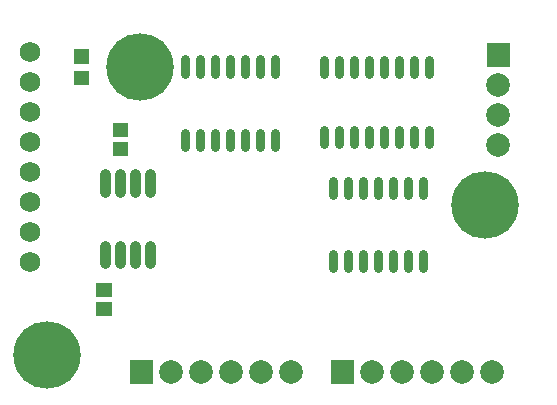
<source format=gts>
G04 Layer: TopSolderMaskLayer*
G04 EasyEDA v6.3.22, 2020-01-17T17:02:50--8:00*
G04 00b4f696a6e84f9c838c38f8efb8d84c,fa4d7a5b45b64ba9a5df01c69efcfd0a,10*
G04 Gerber Generator version 0.2*
G04 Scale: 100 percent, Rotated: No, Reflected: No *
G04 Dimensions in millimeters *
G04 leading zeros omitted , absolute positions ,3 integer and 3 decimal *
%FSLAX33Y33*%
%MOMM*%
G90*
G71D02*

%ADD24C,0.803199*%
%ADD25C,0.903199*%
%ADD26C,5.703189*%
%ADD28C,2.003196*%
%ADD30C,1.727200*%

%LPD*%
G54D24*
G01X35306Y26755D02*
G01X35306Y27955D01*
G01X34036Y26755D02*
G01X34036Y27955D01*
G01X32766Y26755D02*
G01X32766Y27955D01*
G01X31496Y26755D02*
G01X31496Y27955D01*
G01X30226Y26755D02*
G01X30226Y27955D01*
G01X28956Y26755D02*
G01X28956Y27955D01*
G01X27686Y26755D02*
G01X27686Y27955D01*
G01X26416Y26755D02*
G01X26416Y27955D01*
G01X35306Y20812D02*
G01X35306Y22012D01*
G01X34036Y20812D02*
G01X34036Y22012D01*
G01X32766Y20812D02*
G01X32766Y22012D01*
G01X31496Y20812D02*
G01X31496Y22012D01*
G01X30226Y20812D02*
G01X30226Y22012D01*
G01X28956Y20812D02*
G01X28956Y22012D01*
G01X27686Y20812D02*
G01X27686Y22012D01*
G01X26416Y20812D02*
G01X26416Y22012D01*
G01X22225Y26757D02*
G01X22225Y27957D01*
G01X20955Y26757D02*
G01X20955Y27957D01*
G01X19685Y26757D02*
G01X19685Y27957D01*
G01X18415Y26757D02*
G01X18415Y27957D01*
G01X17145Y26757D02*
G01X17145Y27957D01*
G01X15875Y26757D02*
G01X15875Y27957D01*
G01X14605Y26757D02*
G01X14605Y27957D01*
G01X22225Y20556D02*
G01X22225Y21756D01*
G01X20955Y20556D02*
G01X20955Y21756D01*
G01X19685Y20556D02*
G01X19685Y21756D01*
G01X18415Y20556D02*
G01X18415Y21756D01*
G01X17145Y20556D02*
G01X17145Y21756D01*
G01X15875Y20556D02*
G01X15875Y21756D01*
G01X14605Y20556D02*
G01X14605Y21756D01*
G01X34798Y16470D02*
G01X34798Y17670D01*
G01X33528Y16470D02*
G01X33528Y17670D01*
G01X32258Y16470D02*
G01X32258Y17670D01*
G01X30988Y16470D02*
G01X30988Y17670D01*
G01X29718Y16470D02*
G01X29718Y17670D01*
G01X28448Y16470D02*
G01X28448Y17670D01*
G01X27178Y16470D02*
G01X27178Y17670D01*
G01X34798Y10269D02*
G01X34798Y11469D01*
G01X33528Y10269D02*
G01X33528Y11469D01*
G01X32258Y10269D02*
G01X32258Y11469D01*
G01X30988Y10269D02*
G01X30988Y11469D01*
G01X29718Y10269D02*
G01X29718Y11469D01*
G01X28448Y10269D02*
G01X28448Y11469D01*
G01X27178Y10269D02*
G01X27178Y11469D01*
G54D25*
G01X7874Y10705D02*
G01X7874Y12205D01*
G01X9144Y10705D02*
G01X9144Y12205D01*
G01X10414Y10705D02*
G01X10414Y12205D01*
G01X11684Y10705D02*
G01X11684Y12205D01*
G01X7874Y16750D02*
G01X7874Y18250D01*
G01X9144Y16750D02*
G01X9144Y18250D01*
G01X10414Y16750D02*
G01X10414Y18250D01*
G01X11684Y16750D02*
G01X11684Y18250D01*
G54D26*
G01X40005Y15621D03*
G01X2921Y2921D03*
G01X10795Y27305D03*
G36*
G01X40147Y27320D02*
G01X40147Y29321D01*
G01X42148Y29321D01*
G01X42148Y27320D01*
G01X40147Y27320D01*
G37*
G54D28*
G01X41148Y25781D03*
G01X41148Y23241D03*
G01X41148Y20701D03*
G36*
G01X5189Y25803D02*
G01X5189Y27007D01*
G01X6494Y27007D01*
G01X6494Y25803D01*
G01X5189Y25803D01*
G37*
G36*
G01X5189Y27604D02*
G01X5189Y28806D01*
G01X6494Y28806D01*
G01X6494Y27604D01*
G01X5189Y27604D01*
G37*
G54D30*
G01X1524Y10795D03*
G01X1524Y13335D03*
G01X1524Y15875D03*
G01X1524Y18415D03*
G01X1524Y20955D03*
G01X1524Y23495D03*
G01X1524Y26035D03*
G01X1524Y28575D03*
G36*
G01X7094Y7818D02*
G01X7094Y9022D01*
G01X8399Y9022D01*
G01X8399Y7818D01*
G01X7094Y7818D01*
G37*
G36*
G01X7094Y6217D02*
G01X7094Y7421D01*
G01X8399Y7421D01*
G01X8399Y6217D01*
G01X7094Y6217D01*
G37*
G36*
G01X8491Y19806D02*
G01X8491Y21010D01*
G01X9796Y21010D01*
G01X9796Y19806D01*
G01X8491Y19806D01*
G37*
G36*
G01X8491Y21407D02*
G01X8491Y22611D01*
G01X9796Y22611D01*
G01X9796Y21407D01*
G01X8491Y21407D01*
G37*
G54D28*
G01X23622Y1524D03*
G01X21082Y1524D03*
G01X18542Y1524D03*
G01X16002Y1524D03*
G01X13462Y1524D03*
G36*
G01X9921Y523D02*
G01X9921Y2524D01*
G01X11922Y2524D01*
G01X11922Y523D01*
G01X9921Y523D01*
G37*
G01X40640Y1524D03*
G01X38100Y1524D03*
G01X35560Y1524D03*
G01X33020Y1524D03*
G01X30480Y1524D03*
G36*
G01X26939Y523D02*
G01X26939Y2524D01*
G01X28940Y2524D01*
G01X28940Y523D01*
G01X26939Y523D01*
G37*
M00*
M02*

</source>
